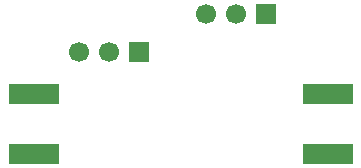
<source format=gbs>
G04 #@! TF.GenerationSoftware,KiCad,Pcbnew,9.0.2*
G04 #@! TF.CreationDate,2025-07-13T18:06:46-04:00*
G04 #@! TF.ProjectId,new-pa-test-board,6e65772d-7061-42d7-9465-73742d626f61,rev?*
G04 #@! TF.SameCoordinates,Original*
G04 #@! TF.FileFunction,Soldermask,Bot*
G04 #@! TF.FilePolarity,Negative*
%FSLAX46Y46*%
G04 Gerber Fmt 4.6, Leading zero omitted, Abs format (unit mm)*
G04 Created by KiCad (PCBNEW 9.0.2) date 2025-07-13 18:06:46*
%MOMM*%
%LPD*%
G01*
G04 APERTURE LIST*
G04 Aperture macros list*
%AMRoundRect*
0 Rectangle with rounded corners*
0 $1 Rounding radius*
0 $2 $3 $4 $5 $6 $7 $8 $9 X,Y pos of 4 corners*
0 Add a 4 corners polygon primitive as box body*
4,1,4,$2,$3,$4,$5,$6,$7,$8,$9,$2,$3,0*
0 Add four circle primitives for the rounded corners*
1,1,$1+$1,$2,$3*
1,1,$1+$1,$4,$5*
1,1,$1+$1,$6,$7*
1,1,$1+$1,$8,$9*
0 Add four rect primitives between the rounded corners*
20,1,$1+$1,$2,$3,$4,$5,0*
20,1,$1+$1,$4,$5,$6,$7,0*
20,1,$1+$1,$6,$7,$8,$9,0*
20,1,$1+$1,$8,$9,$2,$3,0*%
G04 Aperture macros list end*
%ADD10RoundRect,0.101600X-2.032000X0.762000X-2.032000X-0.762000X2.032000X-0.762000X2.032000X0.762000X0*%
%ADD11RoundRect,0.101600X2.032000X-0.762000X2.032000X0.762000X-2.032000X0.762000X-2.032000X-0.762000X0*%
%ADD12R,1.700000X1.700000*%
%ADD13C,1.700000*%
G04 APERTURE END LIST*
D10*
X169045450Y-92240000D03*
X169045450Y-87160000D03*
D11*
X144175000Y-87160000D03*
X144175000Y-92240000D03*
D12*
X163800000Y-80400000D03*
D13*
X161260000Y-80400000D03*
X158720000Y-80400000D03*
D12*
X153100000Y-83600000D03*
D13*
X150560000Y-83600000D03*
X148020000Y-83600000D03*
M02*

</source>
